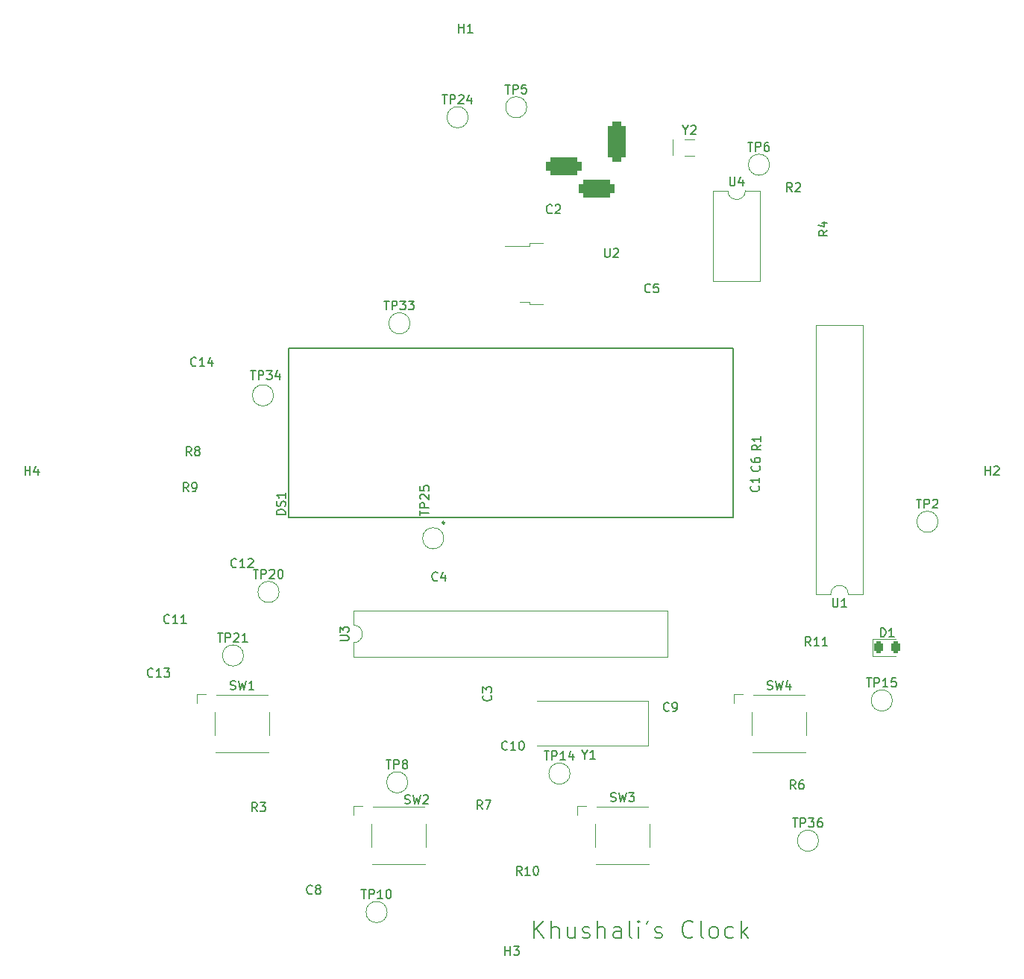
<source format=gbr>
%TF.GenerationSoftware,KiCad,Pcbnew,(6.0.5)*%
%TF.CreationDate,2022-07-23T15:35:45-04:00*%
%TF.ProjectId,circle_clock_design,63697263-6c65-45f6-936c-6f636b5f6465,rev?*%
%TF.SameCoordinates,PX56cacc8PY97b5f08*%
%TF.FileFunction,Legend,Top*%
%TF.FilePolarity,Positive*%
%FSLAX46Y46*%
G04 Gerber Fmt 4.6, Leading zero omitted, Abs format (unit mm)*
G04 Created by KiCad (PCBNEW (6.0.5)) date 2022-07-23 15:35:45*
%MOMM*%
%LPD*%
G01*
G04 APERTURE LIST*
G04 Aperture macros list*
%AMRoundRect*
0 Rectangle with rounded corners*
0 $1 Rounding radius*
0 $2 $3 $4 $5 $6 $7 $8 $9 X,Y pos of 4 corners*
0 Add a 4 corners polygon primitive as box body*
4,1,4,$2,$3,$4,$5,$6,$7,$8,$9,$2,$3,0*
0 Add four circle primitives for the rounded corners*
1,1,$1+$1,$2,$3*
1,1,$1+$1,$4,$5*
1,1,$1+$1,$6,$7*
1,1,$1+$1,$8,$9*
0 Add four rect primitives between the rounded corners*
20,1,$1+$1,$2,$3,$4,$5,0*
20,1,$1+$1,$4,$5,$6,$7,0*
20,1,$1+$1,$6,$7,$8,$9,0*
20,1,$1+$1,$8,$9,$2,$3,0*%
G04 Aperture macros list end*
%ADD10C,0.150000*%
%ADD11C,0.120000*%
%ADD12C,0.250000*%
%ADD13R,1.700000X1.700000*%
%ADD14O,1.700000X1.700000*%
%ADD15R,1.150000X1.400000*%
%ADD16C,3.200000*%
%ADD17C,2.000000*%
%ADD18R,1.600000X1.600000*%
%ADD19O,1.600000X1.600000*%
%ADD20R,1.600000X1.400000*%
%ADD21R,1.000000X1.800000*%
%ADD22R,4.500000X2.000000*%
%ADD23RoundRect,0.243750X-0.243750X-0.456250X0.243750X-0.456250X0.243750X0.456250X-0.243750X0.456250X0*%
%ADD24RoundRect,0.500000X0.500000X-1.750000X0.500000X1.750000X-0.500000X1.750000X-0.500000X-1.750000X0*%
%ADD25RoundRect,0.500000X1.500000X0.500000X-1.500000X0.500000X-1.500000X-0.500000X1.500000X-0.500000X0*%
%ADD26R,1.400000X1.150000*%
%ADD27R,2.200000X1.200000*%
%ADD28R,6.400000X5.800000*%
%ADD29R,1.400000X1.400000*%
%ADD30C,1.400000*%
%ADD31R,3.000000X3.000000*%
%ADD32C,3.000000*%
G04 APERTURE END LIST*
D10*
X61488561Y10220439D02*
X61488561Y12220439D01*
X62631419Y10220439D02*
X61774276Y11363296D01*
X62631419Y12220439D02*
X61488561Y11077581D01*
X63488561Y10220439D02*
X63488561Y12220439D01*
X64345704Y10220439D02*
X64345704Y11268058D01*
X64250466Y11458534D01*
X64059990Y11553772D01*
X63774276Y11553772D01*
X63583800Y11458534D01*
X63488561Y11363296D01*
X66155228Y11553772D02*
X66155228Y10220439D01*
X65298085Y11553772D02*
X65298085Y10506153D01*
X65393323Y10315677D01*
X65583800Y10220439D01*
X65869514Y10220439D01*
X66059990Y10315677D01*
X66155228Y10410915D01*
X67012371Y10315677D02*
X67202847Y10220439D01*
X67583800Y10220439D01*
X67774276Y10315677D01*
X67869514Y10506153D01*
X67869514Y10601391D01*
X67774276Y10791867D01*
X67583800Y10887105D01*
X67298085Y10887105D01*
X67107609Y10982343D01*
X67012371Y11172820D01*
X67012371Y11268058D01*
X67107609Y11458534D01*
X67298085Y11553772D01*
X67583800Y11553772D01*
X67774276Y11458534D01*
X68726657Y10220439D02*
X68726657Y12220439D01*
X69583800Y10220439D02*
X69583800Y11268058D01*
X69488561Y11458534D01*
X69298085Y11553772D01*
X69012371Y11553772D01*
X68821895Y11458534D01*
X68726657Y11363296D01*
X71393323Y10220439D02*
X71393323Y11268058D01*
X71298085Y11458534D01*
X71107609Y11553772D01*
X70726657Y11553772D01*
X70536180Y11458534D01*
X71393323Y10315677D02*
X71202847Y10220439D01*
X70726657Y10220439D01*
X70536180Y10315677D01*
X70440942Y10506153D01*
X70440942Y10696629D01*
X70536180Y10887105D01*
X70726657Y10982343D01*
X71202847Y10982343D01*
X71393323Y11077581D01*
X72631419Y10220439D02*
X72440942Y10315677D01*
X72345704Y10506153D01*
X72345704Y12220439D01*
X73393323Y10220439D02*
X73393323Y11553772D01*
X73393323Y12220439D02*
X73298085Y12125200D01*
X73393323Y12029962D01*
X73488561Y12125200D01*
X73393323Y12220439D01*
X73393323Y12029962D01*
X74440942Y12220439D02*
X74250466Y11839486D01*
X75202847Y10315677D02*
X75393323Y10220439D01*
X75774276Y10220439D01*
X75964752Y10315677D01*
X76059990Y10506153D01*
X76059990Y10601391D01*
X75964752Y10791867D01*
X75774276Y10887105D01*
X75488561Y10887105D01*
X75298085Y10982343D01*
X75202847Y11172820D01*
X75202847Y11268058D01*
X75298085Y11458534D01*
X75488561Y11553772D01*
X75774276Y11553772D01*
X75964752Y11458534D01*
X79583800Y10410915D02*
X79488561Y10315677D01*
X79202847Y10220439D01*
X79012371Y10220439D01*
X78726657Y10315677D01*
X78536180Y10506153D01*
X78440942Y10696629D01*
X78345704Y11077581D01*
X78345704Y11363296D01*
X78440942Y11744248D01*
X78536180Y11934724D01*
X78726657Y12125200D01*
X79012371Y12220439D01*
X79202847Y12220439D01*
X79488561Y12125200D01*
X79583800Y12029962D01*
X80726657Y10220439D02*
X80536180Y10315677D01*
X80440942Y10506153D01*
X80440942Y12220439D01*
X81774276Y10220439D02*
X81583800Y10315677D01*
X81488561Y10410915D01*
X81393323Y10601391D01*
X81393323Y11172820D01*
X81488561Y11363296D01*
X81583800Y11458534D01*
X81774276Y11553772D01*
X82059990Y11553772D01*
X82250466Y11458534D01*
X82345704Y11363296D01*
X82440942Y11172820D01*
X82440942Y10601391D01*
X82345704Y10410915D01*
X82250466Y10315677D01*
X82059990Y10220439D01*
X81774276Y10220439D01*
X84155228Y10315677D02*
X83964752Y10220439D01*
X83583800Y10220439D01*
X83393323Y10315677D01*
X83298085Y10410915D01*
X83202847Y10601391D01*
X83202847Y11172820D01*
X83298085Y11363296D01*
X83393323Y11458534D01*
X83583800Y11553772D01*
X83964752Y11553772D01*
X84155228Y11458534D01*
X85012371Y10220439D02*
X85012371Y12220439D01*
X85202847Y10982343D02*
X85774276Y10220439D01*
X85774276Y11553772D02*
X85012371Y10791867D01*
%TO.C,R4*%
X94813380Y90612934D02*
X94337190Y90279600D01*
X94813380Y90041505D02*
X93813380Y90041505D01*
X93813380Y90422458D01*
X93861000Y90517696D01*
X93908619Y90565315D01*
X94003857Y90612934D01*
X94146714Y90612934D01*
X94241952Y90565315D01*
X94289571Y90517696D01*
X94337190Y90422458D01*
X94337190Y90041505D01*
X94146714Y91470077D02*
X94813380Y91470077D01*
X93765761Y91231981D02*
X94480047Y90993886D01*
X94480047Y91612934D01*
%TO.C,R2*%
X90816133Y95026220D02*
X90482800Y95502410D01*
X90244704Y95026220D02*
X90244704Y96026220D01*
X90625657Y96026220D01*
X90720895Y95978600D01*
X90768514Y95930981D01*
X90816133Y95835743D01*
X90816133Y95692886D01*
X90768514Y95597648D01*
X90720895Y95550029D01*
X90625657Y95502410D01*
X90244704Y95502410D01*
X91197085Y95930981D02*
X91244704Y95978600D01*
X91339942Y96026220D01*
X91578038Y96026220D01*
X91673276Y95978600D01*
X91720895Y95930981D01*
X91768514Y95835743D01*
X91768514Y95740505D01*
X91720895Y95597648D01*
X91149466Y95026220D01*
X91768514Y95026220D01*
%TO.C,C3*%
X56592742Y37806334D02*
X56640361Y37758715D01*
X56687980Y37615858D01*
X56687980Y37520620D01*
X56640361Y37377762D01*
X56545123Y37282524D01*
X56449885Y37234905D01*
X56259409Y37187286D01*
X56116552Y37187286D01*
X55926076Y37234905D01*
X55830838Y37282524D01*
X55735600Y37377762D01*
X55687980Y37520620D01*
X55687980Y37615858D01*
X55735600Y37758715D01*
X55783219Y37806334D01*
X55687980Y38139667D02*
X55687980Y38758715D01*
X56068933Y38425381D01*
X56068933Y38568239D01*
X56116552Y38663477D01*
X56164171Y38711096D01*
X56259409Y38758715D01*
X56497504Y38758715D01*
X56592742Y38711096D01*
X56640361Y38663477D01*
X56687980Y38568239D01*
X56687980Y38282524D01*
X56640361Y38187286D01*
X56592742Y38139667D01*
%TO.C,C2*%
X63550133Y92631258D02*
X63502514Y92583639D01*
X63359657Y92536020D01*
X63264419Y92536020D01*
X63121561Y92583639D01*
X63026323Y92678877D01*
X62978704Y92774115D01*
X62931085Y92964591D01*
X62931085Y93107448D01*
X62978704Y93297924D01*
X63026323Y93393162D01*
X63121561Y93488400D01*
X63264419Y93536020D01*
X63359657Y93536020D01*
X63502514Y93488400D01*
X63550133Y93440781D01*
X63931085Y93440781D02*
X63978704Y93488400D01*
X64073942Y93536020D01*
X64312038Y93536020D01*
X64407276Y93488400D01*
X64454895Y93440781D01*
X64502514Y93345543D01*
X64502514Y93250305D01*
X64454895Y93107448D01*
X63883466Y92536020D01*
X64502514Y92536020D01*
%TO.C,H4*%
X3729895Y62827820D02*
X3729895Y63827820D01*
X3729895Y63351629D02*
X4301323Y63351629D01*
X4301323Y62827820D02*
X4301323Y63827820D01*
X5206085Y63494486D02*
X5206085Y62827820D01*
X4967990Y63875439D02*
X4729895Y63161153D01*
X5348942Y63161153D01*
%TO.C,TP14*%
X62650904Y31476220D02*
X63222333Y31476220D01*
X62936619Y30476220D02*
X62936619Y31476220D01*
X63555666Y30476220D02*
X63555666Y31476220D01*
X63936619Y31476220D01*
X64031857Y31428600D01*
X64079476Y31380981D01*
X64127095Y31285743D01*
X64127095Y31142886D01*
X64079476Y31047648D01*
X64031857Y31000029D01*
X63936619Y30952410D01*
X63555666Y30952410D01*
X65079476Y30476220D02*
X64508047Y30476220D01*
X64793761Y30476220D02*
X64793761Y31476220D01*
X64698523Y31333362D01*
X64603285Y31238124D01*
X64508047Y31190505D01*
X65936619Y31142886D02*
X65936619Y30476220D01*
X65698523Y31523839D02*
X65460428Y30809553D01*
X66079476Y30809553D01*
%TO.C,TP36*%
X90870304Y23856220D02*
X91441733Y23856220D01*
X91156019Y22856220D02*
X91156019Y23856220D01*
X91775066Y22856220D02*
X91775066Y23856220D01*
X92156019Y23856220D01*
X92251257Y23808600D01*
X92298876Y23760981D01*
X92346495Y23665743D01*
X92346495Y23522886D01*
X92298876Y23427648D01*
X92251257Y23380029D01*
X92156019Y23332410D01*
X91775066Y23332410D01*
X92679828Y23856220D02*
X93298876Y23856220D01*
X92965542Y23475267D01*
X93108400Y23475267D01*
X93203638Y23427648D01*
X93251257Y23380029D01*
X93298876Y23284791D01*
X93298876Y23046696D01*
X93251257Y22951458D01*
X93203638Y22903839D01*
X93108400Y22856220D01*
X92822685Y22856220D01*
X92727447Y22903839D01*
X92679828Y22951458D01*
X94156019Y23856220D02*
X93965542Y23856220D01*
X93870304Y23808600D01*
X93822685Y23760981D01*
X93727447Y23618124D01*
X93679828Y23427648D01*
X93679828Y23046696D01*
X93727447Y22951458D01*
X93775066Y22903839D01*
X93870304Y22856220D01*
X94060780Y22856220D01*
X94156019Y22903839D01*
X94203638Y22951458D01*
X94251257Y23046696D01*
X94251257Y23284791D01*
X94203638Y23380029D01*
X94156019Y23427648D01*
X94060780Y23475267D01*
X93870304Y23475267D01*
X93775066Y23427648D01*
X93727447Y23380029D01*
X93679828Y23284791D01*
%TO.C,U4*%
X83743895Y96669820D02*
X83743895Y95860296D01*
X83791514Y95765058D01*
X83839133Y95717439D01*
X83934371Y95669820D01*
X84124847Y95669820D01*
X84220085Y95717439D01*
X84267704Y95765058D01*
X84315323Y95860296D01*
X84315323Y96669820D01*
X85220085Y96336486D02*
X85220085Y95669820D01*
X84981990Y96717439D02*
X84743895Y96003153D01*
X85362942Y96003153D01*
%TO.C,SW4*%
X87998466Y38515439D02*
X88141323Y38467820D01*
X88379419Y38467820D01*
X88474657Y38515439D01*
X88522276Y38563058D01*
X88569895Y38658296D01*
X88569895Y38753534D01*
X88522276Y38848772D01*
X88474657Y38896391D01*
X88379419Y38944010D01*
X88188942Y38991629D01*
X88093704Y39039248D01*
X88046085Y39086867D01*
X87998466Y39182105D01*
X87998466Y39277343D01*
X88046085Y39372581D01*
X88093704Y39420200D01*
X88188942Y39467820D01*
X88427038Y39467820D01*
X88569895Y39420200D01*
X88903228Y39467820D02*
X89141323Y38467820D01*
X89331800Y39182105D01*
X89522276Y38467820D01*
X89760371Y39467820D01*
X90569895Y39134486D02*
X90569895Y38467820D01*
X90331800Y39515439D02*
X90093704Y38801153D01*
X90712752Y38801153D01*
%TO.C,R11*%
X92918942Y43437820D02*
X92585609Y43914010D01*
X92347514Y43437820D02*
X92347514Y44437820D01*
X92728466Y44437820D01*
X92823704Y44390200D01*
X92871323Y44342581D01*
X92918942Y44247343D01*
X92918942Y44104486D01*
X92871323Y44009248D01*
X92823704Y43961629D01*
X92728466Y43914010D01*
X92347514Y43914010D01*
X93871323Y43437820D02*
X93299895Y43437820D01*
X93585609Y43437820D02*
X93585609Y44437820D01*
X93490371Y44294962D01*
X93395133Y44199724D01*
X93299895Y44152105D01*
X94823704Y43437820D02*
X94252276Y43437820D01*
X94537990Y43437820D02*
X94537990Y44437820D01*
X94442752Y44294962D01*
X94347514Y44199724D01*
X94252276Y44152105D01*
%TO.C,U3*%
X39474180Y44028296D02*
X40283704Y44028296D01*
X40378942Y44075915D01*
X40426561Y44123534D01*
X40474180Y44218772D01*
X40474180Y44409248D01*
X40426561Y44504486D01*
X40378942Y44552105D01*
X40283704Y44599724D01*
X39474180Y44599724D01*
X39474180Y44980677D02*
X39474180Y45599724D01*
X39855133Y45266391D01*
X39855133Y45409248D01*
X39902752Y45504486D01*
X39950371Y45552105D01*
X40045609Y45599724D01*
X40283704Y45599724D01*
X40378942Y45552105D01*
X40426561Y45504486D01*
X40474180Y45409248D01*
X40474180Y45123534D01*
X40426561Y45028296D01*
X40378942Y44980677D01*
%TO.C,C6*%
X87072742Y63866734D02*
X87120361Y63819115D01*
X87167980Y63676258D01*
X87167980Y63581020D01*
X87120361Y63438162D01*
X87025123Y63342924D01*
X86929885Y63295305D01*
X86739409Y63247686D01*
X86596552Y63247686D01*
X86406076Y63295305D01*
X86310838Y63342924D01*
X86215600Y63438162D01*
X86167980Y63581020D01*
X86167980Y63676258D01*
X86215600Y63819115D01*
X86263219Y63866734D01*
X86167980Y64723877D02*
X86167980Y64533400D01*
X86215600Y64438162D01*
X86263219Y64390543D01*
X86406076Y64295305D01*
X86596552Y64247686D01*
X86977504Y64247686D01*
X87072742Y64295305D01*
X87120361Y64342924D01*
X87167980Y64438162D01*
X87167980Y64628639D01*
X87120361Y64723877D01*
X87072742Y64771496D01*
X86977504Y64819115D01*
X86739409Y64819115D01*
X86644171Y64771496D01*
X86596552Y64723877D01*
X86548933Y64628639D01*
X86548933Y64438162D01*
X86596552Y64342924D01*
X86644171Y64295305D01*
X86739409Y64247686D01*
%TO.C,Y2*%
X78695609Y101999010D02*
X78695609Y101522820D01*
X78362276Y102522820D02*
X78695609Y101999010D01*
X79028942Y102522820D01*
X79314657Y102427581D02*
X79362276Y102475200D01*
X79457514Y102522820D01*
X79695609Y102522820D01*
X79790847Y102475200D01*
X79838466Y102427581D01*
X79886085Y102332343D01*
X79886085Y102237105D01*
X79838466Y102094248D01*
X79267038Y101522820D01*
X79886085Y101522820D01*
%TO.C,C4*%
X50557133Y50901058D02*
X50509514Y50853439D01*
X50366657Y50805820D01*
X50271419Y50805820D01*
X50128561Y50853439D01*
X50033323Y50948677D01*
X49985704Y51043915D01*
X49938085Y51234391D01*
X49938085Y51377248D01*
X49985704Y51567724D01*
X50033323Y51662962D01*
X50128561Y51758200D01*
X50271419Y51805820D01*
X50366657Y51805820D01*
X50509514Y51758200D01*
X50557133Y51710581D01*
X51414276Y51472486D02*
X51414276Y50805820D01*
X51176180Y51853439D02*
X50938085Y51139153D01*
X51557133Y51139153D01*
%TO.C,TP15*%
X99252304Y39782020D02*
X99823733Y39782020D01*
X99538019Y38782020D02*
X99538019Y39782020D01*
X100157066Y38782020D02*
X100157066Y39782020D01*
X100538019Y39782020D01*
X100633257Y39734400D01*
X100680876Y39686781D01*
X100728495Y39591543D01*
X100728495Y39448686D01*
X100680876Y39353448D01*
X100633257Y39305829D01*
X100538019Y39258210D01*
X100157066Y39258210D01*
X101680876Y38782020D02*
X101109447Y38782020D01*
X101395161Y38782020D02*
X101395161Y39782020D01*
X101299923Y39639162D01*
X101204685Y39543924D01*
X101109447Y39496305D01*
X102585638Y39782020D02*
X102109447Y39782020D01*
X102061828Y39305829D01*
X102109447Y39353448D01*
X102204685Y39401067D01*
X102442780Y39401067D01*
X102538019Y39353448D01*
X102585638Y39305829D01*
X102633257Y39210591D01*
X102633257Y38972496D01*
X102585638Y38877258D01*
X102538019Y38829639D01*
X102442780Y38782020D01*
X102204685Y38782020D01*
X102109447Y38829639D01*
X102061828Y38877258D01*
%TO.C,Y1*%
X67265609Y31094010D02*
X67265609Y30617820D01*
X66932276Y31617820D02*
X67265609Y31094010D01*
X67598942Y31617820D01*
X68456085Y30617820D02*
X67884657Y30617820D01*
X68170371Y30617820D02*
X68170371Y31617820D01*
X68075133Y31474962D01*
X67979895Y31379724D01*
X67884657Y31332105D01*
%TO.C,R10*%
X60113942Y17402820D02*
X59780609Y17879010D01*
X59542514Y17402820D02*
X59542514Y18402820D01*
X59923466Y18402820D01*
X60018704Y18355200D01*
X60066323Y18307581D01*
X60113942Y18212343D01*
X60113942Y18069486D01*
X60066323Y17974248D01*
X60018704Y17926629D01*
X59923466Y17879010D01*
X59542514Y17879010D01*
X61066323Y17402820D02*
X60494895Y17402820D01*
X60780609Y17402820D02*
X60780609Y18402820D01*
X60685371Y18259962D01*
X60590133Y18164724D01*
X60494895Y18117105D01*
X61685371Y18402820D02*
X61780609Y18402820D01*
X61875847Y18355200D01*
X61923466Y18307581D01*
X61971085Y18212343D01*
X62018704Y18021867D01*
X62018704Y17783772D01*
X61971085Y17593296D01*
X61923466Y17498058D01*
X61875847Y17450439D01*
X61780609Y17402820D01*
X61685371Y17402820D01*
X61590133Y17450439D01*
X61542514Y17498058D01*
X61494895Y17593296D01*
X61447276Y17783772D01*
X61447276Y18021867D01*
X61494895Y18212343D01*
X61542514Y18307581D01*
X61590133Y18355200D01*
X61685371Y18402820D01*
%TO.C,R7*%
X55637133Y24897820D02*
X55303800Y25374010D01*
X55065704Y24897820D02*
X55065704Y25897820D01*
X55446657Y25897820D01*
X55541895Y25850200D01*
X55589514Y25802581D01*
X55637133Y25707343D01*
X55637133Y25564486D01*
X55589514Y25469248D01*
X55541895Y25421629D01*
X55446657Y25374010D01*
X55065704Y25374010D01*
X55970466Y25897820D02*
X56637133Y25897820D01*
X56208561Y24897820D01*
%TO.C,TP21*%
X25592304Y44887420D02*
X26163733Y44887420D01*
X25878019Y43887420D02*
X25878019Y44887420D01*
X26497066Y43887420D02*
X26497066Y44887420D01*
X26878019Y44887420D01*
X26973257Y44839800D01*
X27020876Y44792181D01*
X27068495Y44696943D01*
X27068495Y44554086D01*
X27020876Y44458848D01*
X26973257Y44411229D01*
X26878019Y44363610D01*
X26497066Y44363610D01*
X27449447Y44792181D02*
X27497066Y44839800D01*
X27592304Y44887420D01*
X27830400Y44887420D01*
X27925638Y44839800D01*
X27973257Y44792181D01*
X28020876Y44696943D01*
X28020876Y44601705D01*
X27973257Y44458848D01*
X27401828Y43887420D01*
X28020876Y43887420D01*
X28973257Y43887420D02*
X28401828Y43887420D01*
X28687542Y43887420D02*
X28687542Y44887420D01*
X28592304Y44744562D01*
X28497066Y44649324D01*
X28401828Y44601705D01*
%TO.C,TP20*%
X29630904Y52101020D02*
X30202333Y52101020D01*
X29916619Y51101020D02*
X29916619Y52101020D01*
X30535666Y51101020D02*
X30535666Y52101020D01*
X30916619Y52101020D01*
X31011857Y52053400D01*
X31059476Y52005781D01*
X31107095Y51910543D01*
X31107095Y51767686D01*
X31059476Y51672448D01*
X31011857Y51624829D01*
X30916619Y51577210D01*
X30535666Y51577210D01*
X31488047Y52005781D02*
X31535666Y52053400D01*
X31630904Y52101020D01*
X31869000Y52101020D01*
X31964238Y52053400D01*
X32011857Y52005781D01*
X32059476Y51910543D01*
X32059476Y51815305D01*
X32011857Y51672448D01*
X31440428Y51101020D01*
X32059476Y51101020D01*
X32678523Y52101020D02*
X32773761Y52101020D01*
X32869000Y52053400D01*
X32916619Y52005781D01*
X32964238Y51910543D01*
X33011857Y51720067D01*
X33011857Y51481972D01*
X32964238Y51291496D01*
X32916619Y51196258D01*
X32869000Y51148639D01*
X32773761Y51101020D01*
X32678523Y51101020D01*
X32583285Y51148639D01*
X32535666Y51196258D01*
X32488047Y51291496D01*
X32440428Y51481972D01*
X32440428Y51720067D01*
X32488047Y51910543D01*
X32535666Y52005781D01*
X32583285Y52053400D01*
X32678523Y52101020D01*
%TO.C,TP10*%
X41899104Y15753620D02*
X42470533Y15753620D01*
X42184819Y14753620D02*
X42184819Y15753620D01*
X42803866Y14753620D02*
X42803866Y15753620D01*
X43184819Y15753620D01*
X43280057Y15706000D01*
X43327676Y15658381D01*
X43375295Y15563143D01*
X43375295Y15420286D01*
X43327676Y15325048D01*
X43280057Y15277429D01*
X43184819Y15229810D01*
X42803866Y15229810D01*
X44327676Y14753620D02*
X43756247Y14753620D01*
X44041961Y14753620D02*
X44041961Y15753620D01*
X43946723Y15610762D01*
X43851485Y15515524D01*
X43756247Y15467905D01*
X44946723Y15753620D02*
X45041961Y15753620D01*
X45137200Y15706000D01*
X45184819Y15658381D01*
X45232438Y15563143D01*
X45280057Y15372667D01*
X45280057Y15134572D01*
X45232438Y14944096D01*
X45184819Y14848858D01*
X45137200Y14801239D01*
X45041961Y14753620D01*
X44946723Y14753620D01*
X44851485Y14801239D01*
X44803866Y14848858D01*
X44756247Y14944096D01*
X44708628Y15134572D01*
X44708628Y15372667D01*
X44756247Y15563143D01*
X44803866Y15658381D01*
X44851485Y15706000D01*
X44946723Y15753620D01*
%TO.C,D1*%
X100864204Y44453820D02*
X100864204Y45453820D01*
X101102300Y45453820D01*
X101245157Y45406200D01*
X101340395Y45310962D01*
X101388014Y45215724D01*
X101435633Y45025248D01*
X101435633Y44882391D01*
X101388014Y44691915D01*
X101340395Y44596677D01*
X101245157Y44501439D01*
X101102300Y44453820D01*
X100864204Y44453820D01*
X102388014Y44453820D02*
X101816585Y44453820D01*
X102102300Y44453820D02*
X102102300Y45453820D01*
X102007061Y45310962D01*
X101911823Y45215724D01*
X101816585Y45168105D01*
%TO.C,TP8*%
X44712095Y30485620D02*
X45283523Y30485620D01*
X44997809Y29485620D02*
X44997809Y30485620D01*
X45616857Y29485620D02*
X45616857Y30485620D01*
X45997809Y30485620D01*
X46093047Y30438000D01*
X46140666Y30390381D01*
X46188285Y30295143D01*
X46188285Y30152286D01*
X46140666Y30057048D01*
X46093047Y30009429D01*
X45997809Y29961810D01*
X45616857Y29961810D01*
X46759714Y30057048D02*
X46664476Y30104667D01*
X46616857Y30152286D01*
X46569238Y30247524D01*
X46569238Y30295143D01*
X46616857Y30390381D01*
X46664476Y30438000D01*
X46759714Y30485620D01*
X46950190Y30485620D01*
X47045428Y30438000D01*
X47093047Y30390381D01*
X47140666Y30295143D01*
X47140666Y30247524D01*
X47093047Y30152286D01*
X47045428Y30104667D01*
X46950190Y30057048D01*
X46759714Y30057048D01*
X46664476Y30009429D01*
X46616857Y29961810D01*
X46569238Y29866572D01*
X46569238Y29676096D01*
X46616857Y29580858D01*
X46664476Y29533239D01*
X46759714Y29485620D01*
X46950190Y29485620D01*
X47045428Y29533239D01*
X47093047Y29580858D01*
X47140666Y29676096D01*
X47140666Y29866572D01*
X47093047Y29961810D01*
X47045428Y30009429D01*
X46950190Y30057048D01*
%TO.C,SW1*%
X27038466Y38515439D02*
X27181323Y38467820D01*
X27419419Y38467820D01*
X27514657Y38515439D01*
X27562276Y38563058D01*
X27609895Y38658296D01*
X27609895Y38753534D01*
X27562276Y38848772D01*
X27514657Y38896391D01*
X27419419Y38944010D01*
X27228942Y38991629D01*
X27133704Y39039248D01*
X27086085Y39086867D01*
X27038466Y39182105D01*
X27038466Y39277343D01*
X27086085Y39372581D01*
X27133704Y39420200D01*
X27228942Y39467820D01*
X27467038Y39467820D01*
X27609895Y39420200D01*
X27943228Y39467820D02*
X28181323Y38467820D01*
X28371800Y39182105D01*
X28562276Y38467820D01*
X28800371Y39467820D01*
X29705133Y38467820D02*
X29133704Y38467820D01*
X29419419Y38467820D02*
X29419419Y39467820D01*
X29324180Y39324962D01*
X29228942Y39229724D01*
X29133704Y39182105D01*
%TO.C,C11*%
X20108942Y46073058D02*
X20061323Y46025439D01*
X19918466Y45977820D01*
X19823228Y45977820D01*
X19680371Y46025439D01*
X19585133Y46120677D01*
X19537514Y46215915D01*
X19489895Y46406391D01*
X19489895Y46549248D01*
X19537514Y46739724D01*
X19585133Y46834962D01*
X19680371Y46930200D01*
X19823228Y46977820D01*
X19918466Y46977820D01*
X20061323Y46930200D01*
X20108942Y46882581D01*
X21061323Y45977820D02*
X20489895Y45977820D01*
X20775609Y45977820D02*
X20775609Y46977820D01*
X20680371Y46834962D01*
X20585133Y46739724D01*
X20489895Y46692105D01*
X22013704Y45977820D02*
X21442276Y45977820D01*
X21727990Y45977820D02*
X21727990Y46977820D01*
X21632752Y46834962D01*
X21537514Y46739724D01*
X21442276Y46692105D01*
%TO.C,H2*%
X112729895Y62827820D02*
X112729895Y63827820D01*
X112729895Y63351629D02*
X113301323Y63351629D01*
X113301323Y62827820D02*
X113301323Y63827820D01*
X113729895Y63732581D02*
X113777514Y63780200D01*
X113872752Y63827820D01*
X114110847Y63827820D01*
X114206085Y63780200D01*
X114253704Y63732581D01*
X114301323Y63637343D01*
X114301323Y63542105D01*
X114253704Y63399248D01*
X113682276Y62827820D01*
X114301323Y62827820D01*
%TO.C,C8*%
X36333133Y15341058D02*
X36285514Y15293439D01*
X36142657Y15245820D01*
X36047419Y15245820D01*
X35904561Y15293439D01*
X35809323Y15388677D01*
X35761704Y15483915D01*
X35714085Y15674391D01*
X35714085Y15817248D01*
X35761704Y16007724D01*
X35809323Y16102962D01*
X35904561Y16198200D01*
X36047419Y16245820D01*
X36142657Y16245820D01*
X36285514Y16198200D01*
X36333133Y16150581D01*
X36904561Y15817248D02*
X36809323Y15864867D01*
X36761704Y15912486D01*
X36714085Y16007724D01*
X36714085Y16055343D01*
X36761704Y16150581D01*
X36809323Y16198200D01*
X36904561Y16245820D01*
X37095038Y16245820D01*
X37190276Y16198200D01*
X37237895Y16150581D01*
X37285514Y16055343D01*
X37285514Y16007724D01*
X37237895Y15912486D01*
X37190276Y15864867D01*
X37095038Y15817248D01*
X36904561Y15817248D01*
X36809323Y15769629D01*
X36761704Y15722010D01*
X36714085Y15626772D01*
X36714085Y15436296D01*
X36761704Y15341058D01*
X36809323Y15293439D01*
X36904561Y15245820D01*
X37095038Y15245820D01*
X37190276Y15293439D01*
X37237895Y15341058D01*
X37285514Y15436296D01*
X37285514Y15626772D01*
X37237895Y15722010D01*
X37190276Y15769629D01*
X37095038Y15817248D01*
%TO.C,SW2*%
X46850466Y25554039D02*
X46993323Y25506420D01*
X47231419Y25506420D01*
X47326657Y25554039D01*
X47374276Y25601658D01*
X47421895Y25696896D01*
X47421895Y25792134D01*
X47374276Y25887372D01*
X47326657Y25934991D01*
X47231419Y25982610D01*
X47040942Y26030229D01*
X46945704Y26077848D01*
X46898085Y26125467D01*
X46850466Y26220705D01*
X46850466Y26315943D01*
X46898085Y26411181D01*
X46945704Y26458800D01*
X47040942Y26506420D01*
X47279038Y26506420D01*
X47421895Y26458800D01*
X47755228Y26506420D02*
X47993323Y25506420D01*
X48183800Y26220705D01*
X48374276Y25506420D01*
X48612371Y26506420D01*
X48945704Y26411181D02*
X48993323Y26458800D01*
X49088561Y26506420D01*
X49326657Y26506420D01*
X49421895Y26458800D01*
X49469514Y26411181D01*
X49517133Y26315943D01*
X49517133Y26220705D01*
X49469514Y26077848D01*
X48898085Y25506420D01*
X49517133Y25506420D01*
%TO.C,H3*%
X58229895Y8327820D02*
X58229895Y9327820D01*
X58229895Y8851629D02*
X58801323Y8851629D01*
X58801323Y8327820D02*
X58801323Y9327820D01*
X59182276Y9327820D02*
X59801323Y9327820D01*
X59467990Y8946867D01*
X59610847Y8946867D01*
X59706085Y8899248D01*
X59753704Y8851629D01*
X59801323Y8756391D01*
X59801323Y8518296D01*
X59753704Y8423058D01*
X59706085Y8375439D01*
X59610847Y8327820D01*
X59325133Y8327820D01*
X59229895Y8375439D01*
X59182276Y8423058D01*
%TO.C,SW3*%
X70218466Y25815439D02*
X70361323Y25767820D01*
X70599419Y25767820D01*
X70694657Y25815439D01*
X70742276Y25863058D01*
X70789895Y25958296D01*
X70789895Y26053534D01*
X70742276Y26148772D01*
X70694657Y26196391D01*
X70599419Y26244010D01*
X70408942Y26291629D01*
X70313704Y26339248D01*
X70266085Y26386867D01*
X70218466Y26482105D01*
X70218466Y26577343D01*
X70266085Y26672581D01*
X70313704Y26720200D01*
X70408942Y26767820D01*
X70647038Y26767820D01*
X70789895Y26720200D01*
X71123228Y26767820D02*
X71361323Y25767820D01*
X71551800Y26482105D01*
X71742276Y25767820D01*
X71980371Y26767820D01*
X72266085Y26767820D02*
X72885133Y26767820D01*
X72551800Y26386867D01*
X72694657Y26386867D01*
X72789895Y26339248D01*
X72837514Y26291629D01*
X72885133Y26196391D01*
X72885133Y25958296D01*
X72837514Y25863058D01*
X72789895Y25815439D01*
X72694657Y25767820D01*
X72408942Y25767820D01*
X72313704Y25815439D01*
X72266085Y25863058D01*
%TO.C,TP2*%
X104910095Y60076620D02*
X105481523Y60076620D01*
X105195809Y59076620D02*
X105195809Y60076620D01*
X105814857Y59076620D02*
X105814857Y60076620D01*
X106195809Y60076620D01*
X106291047Y60029000D01*
X106338666Y59981381D01*
X106386285Y59886143D01*
X106386285Y59743286D01*
X106338666Y59648048D01*
X106291047Y59600429D01*
X106195809Y59552810D01*
X105814857Y59552810D01*
X106767238Y59981381D02*
X106814857Y60029000D01*
X106910095Y60076620D01*
X107148190Y60076620D01*
X107243428Y60029000D01*
X107291047Y59981381D01*
X107338666Y59886143D01*
X107338666Y59790905D01*
X107291047Y59648048D01*
X106719619Y59076620D01*
X107338666Y59076620D01*
%TO.C,C10*%
X58462942Y31711258D02*
X58415323Y31663639D01*
X58272466Y31616020D01*
X58177228Y31616020D01*
X58034371Y31663639D01*
X57939133Y31758877D01*
X57891514Y31854115D01*
X57843895Y32044591D01*
X57843895Y32187448D01*
X57891514Y32377924D01*
X57939133Y32473162D01*
X58034371Y32568400D01*
X58177228Y32616020D01*
X58272466Y32616020D01*
X58415323Y32568400D01*
X58462942Y32520781D01*
X59415323Y31616020D02*
X58843895Y31616020D01*
X59129609Y31616020D02*
X59129609Y32616020D01*
X59034371Y32473162D01*
X58939133Y32377924D01*
X58843895Y32330305D01*
X60034371Y32616020D02*
X60129609Y32616020D01*
X60224847Y32568400D01*
X60272466Y32520781D01*
X60320085Y32425543D01*
X60367704Y32235067D01*
X60367704Y31996972D01*
X60320085Y31806496D01*
X60272466Y31711258D01*
X60224847Y31663639D01*
X60129609Y31616020D01*
X60034371Y31616020D01*
X59939133Y31663639D01*
X59891514Y31711258D01*
X59843895Y31806496D01*
X59796276Y31996972D01*
X59796276Y32235067D01*
X59843895Y32425543D01*
X59891514Y32520781D01*
X59939133Y32568400D01*
X60034371Y32616020D01*
%TO.C,H1*%
X52979895Y113077820D02*
X52979895Y114077820D01*
X52979895Y113601629D02*
X53551323Y113601629D01*
X53551323Y113077820D02*
X53551323Y114077820D01*
X54551323Y113077820D02*
X53979895Y113077820D01*
X54265609Y113077820D02*
X54265609Y114077820D01*
X54170371Y113934962D01*
X54075133Y113839724D01*
X53979895Y113792105D01*
%TO.C,TP6*%
X85783895Y100615020D02*
X86355323Y100615020D01*
X86069609Y99615020D02*
X86069609Y100615020D01*
X86688657Y99615020D02*
X86688657Y100615020D01*
X87069609Y100615020D01*
X87164847Y100567400D01*
X87212466Y100519781D01*
X87260085Y100424543D01*
X87260085Y100281686D01*
X87212466Y100186448D01*
X87164847Y100138829D01*
X87069609Y100091210D01*
X86688657Y100091210D01*
X88117228Y100615020D02*
X87926752Y100615020D01*
X87831514Y100567400D01*
X87783895Y100519781D01*
X87688657Y100376924D01*
X87641038Y100186448D01*
X87641038Y99805496D01*
X87688657Y99710258D01*
X87736276Y99662639D01*
X87831514Y99615020D01*
X88021990Y99615020D01*
X88117228Y99662639D01*
X88164847Y99710258D01*
X88212466Y99805496D01*
X88212466Y100043591D01*
X88164847Y100138829D01*
X88117228Y100186448D01*
X88021990Y100234067D01*
X87831514Y100234067D01*
X87736276Y100186448D01*
X87688657Y100138829D01*
X87641038Y100043591D01*
%TO.C,C14*%
X23156942Y75285058D02*
X23109323Y75237439D01*
X22966466Y75189820D01*
X22871228Y75189820D01*
X22728371Y75237439D01*
X22633133Y75332677D01*
X22585514Y75427915D01*
X22537895Y75618391D01*
X22537895Y75761248D01*
X22585514Y75951724D01*
X22633133Y76046962D01*
X22728371Y76142200D01*
X22871228Y76189820D01*
X22966466Y76189820D01*
X23109323Y76142200D01*
X23156942Y76094581D01*
X24109323Y75189820D02*
X23537895Y75189820D01*
X23823609Y75189820D02*
X23823609Y76189820D01*
X23728371Y76046962D01*
X23633133Y75951724D01*
X23537895Y75904105D01*
X24966466Y75856486D02*
X24966466Y75189820D01*
X24728371Y76237439D02*
X24490276Y75523153D01*
X25109323Y75523153D01*
%TO.C,TP24*%
X51093904Y105999820D02*
X51665333Y105999820D01*
X51379619Y104999820D02*
X51379619Y105999820D01*
X51998666Y104999820D02*
X51998666Y105999820D01*
X52379619Y105999820D01*
X52474857Y105952200D01*
X52522476Y105904581D01*
X52570095Y105809343D01*
X52570095Y105666486D01*
X52522476Y105571248D01*
X52474857Y105523629D01*
X52379619Y105476010D01*
X51998666Y105476010D01*
X52951047Y105904581D02*
X52998666Y105952200D01*
X53093904Y105999820D01*
X53332000Y105999820D01*
X53427238Y105952200D01*
X53474857Y105904581D01*
X53522476Y105809343D01*
X53522476Y105714105D01*
X53474857Y105571248D01*
X52903428Y104999820D01*
X53522476Y104999820D01*
X54379619Y105666486D02*
X54379619Y104999820D01*
X54141523Y106047439D02*
X53903428Y105333153D01*
X54522476Y105333153D01*
%TO.C,U2*%
X69545295Y88558620D02*
X69545295Y87749096D01*
X69592914Y87653858D01*
X69640533Y87606239D01*
X69735771Y87558620D01*
X69926247Y87558620D01*
X70021485Y87606239D01*
X70069104Y87653858D01*
X70116723Y87749096D01*
X70116723Y88558620D01*
X70545295Y88463381D02*
X70592914Y88511000D01*
X70688152Y88558620D01*
X70926247Y88558620D01*
X71021485Y88511000D01*
X71069104Y88463381D01*
X71116723Y88368143D01*
X71116723Y88272905D01*
X71069104Y88130048D01*
X70497676Y87558620D01*
X71116723Y87558620D01*
%TO.C,R1*%
X87269580Y66254334D02*
X86793390Y65921000D01*
X87269580Y65682905D02*
X86269580Y65682905D01*
X86269580Y66063858D01*
X86317200Y66159096D01*
X86364819Y66206715D01*
X86460057Y66254334D01*
X86602914Y66254334D01*
X86698152Y66206715D01*
X86745771Y66159096D01*
X86793390Y66063858D01*
X86793390Y65682905D01*
X87269580Y67206715D02*
X87269580Y66635286D01*
X87269580Y66921000D02*
X86269580Y66921000D01*
X86412438Y66825762D01*
X86507676Y66730524D01*
X86555295Y66635286D01*
%TO.C,R3*%
X30071133Y24641820D02*
X29737800Y25118010D01*
X29499704Y24641820D02*
X29499704Y25641820D01*
X29880657Y25641820D01*
X29975895Y25594200D01*
X30023514Y25546581D01*
X30071133Y25451343D01*
X30071133Y25308486D01*
X30023514Y25213248D01*
X29975895Y25165629D01*
X29880657Y25118010D01*
X29499704Y25118010D01*
X30404466Y25641820D02*
X31023514Y25641820D01*
X30690180Y25260867D01*
X30833038Y25260867D01*
X30928276Y25213248D01*
X30975895Y25165629D01*
X31023514Y25070391D01*
X31023514Y24832296D01*
X30975895Y24737058D01*
X30928276Y24689439D01*
X30833038Y24641820D01*
X30547323Y24641820D01*
X30452085Y24689439D01*
X30404466Y24737058D01*
%TO.C,R8*%
X22617133Y65029820D02*
X22283800Y65506010D01*
X22045704Y65029820D02*
X22045704Y66029820D01*
X22426657Y66029820D01*
X22521895Y65982200D01*
X22569514Y65934581D01*
X22617133Y65839343D01*
X22617133Y65696486D01*
X22569514Y65601248D01*
X22521895Y65553629D01*
X22426657Y65506010D01*
X22045704Y65506010D01*
X23188561Y65601248D02*
X23093323Y65648867D01*
X23045704Y65696486D01*
X22998085Y65791724D01*
X22998085Y65839343D01*
X23045704Y65934581D01*
X23093323Y65982200D01*
X23188561Y66029820D01*
X23379038Y66029820D01*
X23474276Y65982200D01*
X23521895Y65934581D01*
X23569514Y65839343D01*
X23569514Y65791724D01*
X23521895Y65696486D01*
X23474276Y65648867D01*
X23379038Y65601248D01*
X23188561Y65601248D01*
X23093323Y65553629D01*
X23045704Y65506010D01*
X22998085Y65410772D01*
X22998085Y65220296D01*
X23045704Y65125058D01*
X23093323Y65077439D01*
X23188561Y65029820D01*
X23379038Y65029820D01*
X23474276Y65077439D01*
X23521895Y65125058D01*
X23569514Y65220296D01*
X23569514Y65410772D01*
X23521895Y65506010D01*
X23474276Y65553629D01*
X23379038Y65601248D01*
%TO.C,R6*%
X91197133Y27181820D02*
X90863800Y27658010D01*
X90625704Y27181820D02*
X90625704Y28181820D01*
X91006657Y28181820D01*
X91101895Y28134200D01*
X91149514Y28086581D01*
X91197133Y27991343D01*
X91197133Y27848486D01*
X91149514Y27753248D01*
X91101895Y27705629D01*
X91006657Y27658010D01*
X90625704Y27658010D01*
X92054276Y28181820D02*
X91863800Y28181820D01*
X91768561Y28134200D01*
X91720942Y28086581D01*
X91625704Y27943724D01*
X91578085Y27753248D01*
X91578085Y27372296D01*
X91625704Y27277058D01*
X91673323Y27229439D01*
X91768561Y27181820D01*
X91959038Y27181820D01*
X92054276Y27229439D01*
X92101895Y27277058D01*
X92149514Y27372296D01*
X92149514Y27610391D01*
X92101895Y27705629D01*
X92054276Y27753248D01*
X91959038Y27800867D01*
X91768561Y27800867D01*
X91673323Y27753248D01*
X91625704Y27705629D01*
X91578085Y27610391D01*
%TO.C,TP34*%
X29326104Y74690220D02*
X29897533Y74690220D01*
X29611819Y73690220D02*
X29611819Y74690220D01*
X30230866Y73690220D02*
X30230866Y74690220D01*
X30611819Y74690220D01*
X30707057Y74642600D01*
X30754676Y74594981D01*
X30802295Y74499743D01*
X30802295Y74356886D01*
X30754676Y74261648D01*
X30707057Y74214029D01*
X30611819Y74166410D01*
X30230866Y74166410D01*
X31135628Y74690220D02*
X31754676Y74690220D01*
X31421342Y74309267D01*
X31564200Y74309267D01*
X31659438Y74261648D01*
X31707057Y74214029D01*
X31754676Y74118791D01*
X31754676Y73880696D01*
X31707057Y73785458D01*
X31659438Y73737839D01*
X31564200Y73690220D01*
X31278485Y73690220D01*
X31183247Y73737839D01*
X31135628Y73785458D01*
X32611819Y74356886D02*
X32611819Y73690220D01*
X32373723Y74737839D02*
X32135628Y74023553D01*
X32754676Y74023553D01*
%TO.C,C1*%
X86996542Y61580734D02*
X87044161Y61533115D01*
X87091780Y61390258D01*
X87091780Y61295020D01*
X87044161Y61152162D01*
X86948923Y61056924D01*
X86853685Y61009305D01*
X86663209Y60961686D01*
X86520352Y60961686D01*
X86329876Y61009305D01*
X86234638Y61056924D01*
X86139400Y61152162D01*
X86091780Y61295020D01*
X86091780Y61390258D01*
X86139400Y61533115D01*
X86187019Y61580734D01*
X87091780Y62533115D02*
X87091780Y61961686D01*
X87091780Y62247400D02*
X86091780Y62247400D01*
X86234638Y62152162D01*
X86329876Y62056924D01*
X86377495Y61961686D01*
%TO.C,DS1*%
X33279180Y58350796D02*
X32279180Y58350796D01*
X32279180Y58588891D01*
X32326800Y58731748D01*
X32422038Y58826986D01*
X32517276Y58874605D01*
X32707752Y58922224D01*
X32850609Y58922224D01*
X33041085Y58874605D01*
X33136323Y58826986D01*
X33231561Y58731748D01*
X33279180Y58588891D01*
X33279180Y58350796D01*
X33231561Y59303177D02*
X33279180Y59446034D01*
X33279180Y59684129D01*
X33231561Y59779367D01*
X33183942Y59826986D01*
X33088704Y59874605D01*
X32993466Y59874605D01*
X32898228Y59826986D01*
X32850609Y59779367D01*
X32802990Y59684129D01*
X32755371Y59493653D01*
X32707752Y59398415D01*
X32660133Y59350796D01*
X32564895Y59303177D01*
X32469657Y59303177D01*
X32374419Y59350796D01*
X32326800Y59398415D01*
X32279180Y59493653D01*
X32279180Y59731748D01*
X32326800Y59874605D01*
X33279180Y60826986D02*
X33279180Y60255558D01*
X33279180Y60541272D02*
X32279180Y60541272D01*
X32422038Y60446034D01*
X32517276Y60350796D01*
X32564895Y60255558D01*
%TO.C,C13*%
X18242942Y39977058D02*
X18195323Y39929439D01*
X18052466Y39881820D01*
X17957228Y39881820D01*
X17814371Y39929439D01*
X17719133Y40024677D01*
X17671514Y40119915D01*
X17623895Y40310391D01*
X17623895Y40453248D01*
X17671514Y40643724D01*
X17719133Y40738962D01*
X17814371Y40834200D01*
X17957228Y40881820D01*
X18052466Y40881820D01*
X18195323Y40834200D01*
X18242942Y40786581D01*
X19195323Y39881820D02*
X18623895Y39881820D01*
X18909609Y39881820D02*
X18909609Y40881820D01*
X18814371Y40738962D01*
X18719133Y40643724D01*
X18623895Y40596105D01*
X19528657Y40881820D02*
X20147704Y40881820D01*
X19814371Y40500867D01*
X19957228Y40500867D01*
X20052466Y40453248D01*
X20100085Y40405629D01*
X20147704Y40310391D01*
X20147704Y40072296D01*
X20100085Y39977058D01*
X20052466Y39929439D01*
X19957228Y39881820D01*
X19671514Y39881820D01*
X19576276Y39929439D01*
X19528657Y39977058D01*
%TO.C,TP5*%
X58224895Y107142820D02*
X58796323Y107142820D01*
X58510609Y106142820D02*
X58510609Y107142820D01*
X59129657Y106142820D02*
X59129657Y107142820D01*
X59510609Y107142820D01*
X59605847Y107095200D01*
X59653466Y107047581D01*
X59701085Y106952343D01*
X59701085Y106809486D01*
X59653466Y106714248D01*
X59605847Y106666629D01*
X59510609Y106619010D01*
X59129657Y106619010D01*
X60605847Y107142820D02*
X60129657Y107142820D01*
X60082038Y106666629D01*
X60129657Y106714248D01*
X60224895Y106761867D01*
X60462990Y106761867D01*
X60558228Y106714248D01*
X60605847Y106666629D01*
X60653466Y106571391D01*
X60653466Y106333296D01*
X60605847Y106238058D01*
X60558228Y106190439D01*
X60462990Y106142820D01*
X60224895Y106142820D01*
X60129657Y106190439D01*
X60082038Y106238058D01*
%TO.C,U1*%
X95427895Y48834820D02*
X95427895Y48025296D01*
X95475514Y47930058D01*
X95523133Y47882439D01*
X95618371Y47834820D01*
X95808847Y47834820D01*
X95904085Y47882439D01*
X95951704Y47930058D01*
X95999323Y48025296D01*
X95999323Y48834820D01*
X96999323Y47834820D02*
X96427895Y47834820D01*
X96713609Y47834820D02*
X96713609Y48834820D01*
X96618371Y48691962D01*
X96523133Y48596724D01*
X96427895Y48549105D01*
%TO.C,C12*%
X27728942Y52425058D02*
X27681323Y52377439D01*
X27538466Y52329820D01*
X27443228Y52329820D01*
X27300371Y52377439D01*
X27205133Y52472677D01*
X27157514Y52567915D01*
X27109895Y52758391D01*
X27109895Y52901248D01*
X27157514Y53091724D01*
X27205133Y53186962D01*
X27300371Y53282200D01*
X27443228Y53329820D01*
X27538466Y53329820D01*
X27681323Y53282200D01*
X27728942Y53234581D01*
X28681323Y52329820D02*
X28109895Y52329820D01*
X28395609Y52329820D02*
X28395609Y53329820D01*
X28300371Y53186962D01*
X28205133Y53091724D01*
X28109895Y53044105D01*
X29062276Y53234581D02*
X29109895Y53282200D01*
X29205133Y53329820D01*
X29443228Y53329820D01*
X29538466Y53282200D01*
X29586085Y53234581D01*
X29633704Y53139343D01*
X29633704Y53044105D01*
X29586085Y52901248D01*
X29014657Y52329820D01*
X29633704Y52329820D01*
%TO.C,TP25*%
X48575980Y58231305D02*
X48575980Y58802734D01*
X49575980Y58517020D02*
X48575980Y58517020D01*
X49575980Y59136067D02*
X48575980Y59136067D01*
X48575980Y59517020D01*
X48623600Y59612258D01*
X48671219Y59659877D01*
X48766457Y59707496D01*
X48909314Y59707496D01*
X49004552Y59659877D01*
X49052171Y59612258D01*
X49099790Y59517020D01*
X49099790Y59136067D01*
X48671219Y60088448D02*
X48623600Y60136067D01*
X48575980Y60231305D01*
X48575980Y60469400D01*
X48623600Y60564639D01*
X48671219Y60612258D01*
X48766457Y60659877D01*
X48861695Y60659877D01*
X49004552Y60612258D01*
X49575980Y60040829D01*
X49575980Y60659877D01*
X48575980Y61564639D02*
X48575980Y61088448D01*
X49052171Y61040829D01*
X49004552Y61088448D01*
X48956933Y61183686D01*
X48956933Y61421781D01*
X49004552Y61517020D01*
X49052171Y61564639D01*
X49147409Y61612258D01*
X49385504Y61612258D01*
X49480742Y61564639D01*
X49528361Y61517020D01*
X49575980Y61421781D01*
X49575980Y61183686D01*
X49528361Y61088448D01*
X49480742Y61040829D01*
%TO.C,C5*%
X74712533Y83640658D02*
X74664914Y83593039D01*
X74522057Y83545420D01*
X74426819Y83545420D01*
X74283961Y83593039D01*
X74188723Y83688277D01*
X74141104Y83783515D01*
X74093485Y83973991D01*
X74093485Y84116848D01*
X74141104Y84307324D01*
X74188723Y84402562D01*
X74283961Y84497800D01*
X74426819Y84545420D01*
X74522057Y84545420D01*
X74664914Y84497800D01*
X74712533Y84450181D01*
X75617295Y84545420D02*
X75141104Y84545420D01*
X75093485Y84069229D01*
X75141104Y84116848D01*
X75236342Y84164467D01*
X75474438Y84164467D01*
X75569676Y84116848D01*
X75617295Y84069229D01*
X75664914Y83973991D01*
X75664914Y83735896D01*
X75617295Y83640658D01*
X75569676Y83593039D01*
X75474438Y83545420D01*
X75236342Y83545420D01*
X75141104Y83593039D01*
X75093485Y83640658D01*
%TO.C,TP33*%
X44489904Y82606420D02*
X45061333Y82606420D01*
X44775619Y81606420D02*
X44775619Y82606420D01*
X45394666Y81606420D02*
X45394666Y82606420D01*
X45775619Y82606420D01*
X45870857Y82558800D01*
X45918476Y82511181D01*
X45966095Y82415943D01*
X45966095Y82273086D01*
X45918476Y82177848D01*
X45870857Y82130229D01*
X45775619Y82082610D01*
X45394666Y82082610D01*
X46299428Y82606420D02*
X46918476Y82606420D01*
X46585142Y82225467D01*
X46728000Y82225467D01*
X46823238Y82177848D01*
X46870857Y82130229D01*
X46918476Y82034991D01*
X46918476Y81796896D01*
X46870857Y81701658D01*
X46823238Y81654039D01*
X46728000Y81606420D01*
X46442285Y81606420D01*
X46347047Y81654039D01*
X46299428Y81701658D01*
X47251809Y82606420D02*
X47870857Y82606420D01*
X47537523Y82225467D01*
X47680380Y82225467D01*
X47775619Y82177848D01*
X47823238Y82130229D01*
X47870857Y82034991D01*
X47870857Y81796896D01*
X47823238Y81701658D01*
X47775619Y81654039D01*
X47680380Y81606420D01*
X47394666Y81606420D01*
X47299428Y81654039D01*
X47251809Y81701658D01*
%TO.C,R9*%
X22275133Y60965820D02*
X21941800Y61442010D01*
X21703704Y60965820D02*
X21703704Y61965820D01*
X22084657Y61965820D01*
X22179895Y61918200D01*
X22227514Y61870581D01*
X22275133Y61775343D01*
X22275133Y61632486D01*
X22227514Y61537248D01*
X22179895Y61489629D01*
X22084657Y61442010D01*
X21703704Y61442010D01*
X22751323Y60965820D02*
X22941800Y60965820D01*
X23037038Y61013439D01*
X23084657Y61061058D01*
X23179895Y61203915D01*
X23227514Y61394391D01*
X23227514Y61775343D01*
X23179895Y61870581D01*
X23132276Y61918200D01*
X23037038Y61965820D01*
X22846561Y61965820D01*
X22751323Y61918200D01*
X22703704Y61870581D01*
X22656085Y61775343D01*
X22656085Y61537248D01*
X22703704Y61442010D01*
X22751323Y61394391D01*
X22846561Y61346772D01*
X23037038Y61346772D01*
X23132276Y61394391D01*
X23179895Y61442010D01*
X23227514Y61537248D01*
%TO.C,C9*%
X76820733Y36090858D02*
X76773114Y36043239D01*
X76630257Y35995620D01*
X76535019Y35995620D01*
X76392161Y36043239D01*
X76296923Y36138477D01*
X76249304Y36233715D01*
X76201685Y36424191D01*
X76201685Y36567048D01*
X76249304Y36757524D01*
X76296923Y36852762D01*
X76392161Y36948000D01*
X76535019Y36995620D01*
X76630257Y36995620D01*
X76773114Y36948000D01*
X76820733Y36900381D01*
X77296923Y35995620D02*
X77487400Y35995620D01*
X77582638Y36043239D01*
X77630257Y36090858D01*
X77725495Y36233715D01*
X77773114Y36424191D01*
X77773114Y36805143D01*
X77725495Y36900381D01*
X77677876Y36948000D01*
X77582638Y36995620D01*
X77392161Y36995620D01*
X77296923Y36948000D01*
X77249304Y36900381D01*
X77201685Y36805143D01*
X77201685Y36567048D01*
X77249304Y36471810D01*
X77296923Y36424191D01*
X77392161Y36376572D01*
X77582638Y36376572D01*
X77677876Y36424191D01*
X77725495Y36471810D01*
X77773114Y36567048D01*
D11*
%TO.C,TP14*%
X65589000Y28930600D02*
G75*
G03*
X65589000Y28930600I-1200000J0D01*
G01*
%TO.C,TP36*%
X93808400Y21310600D02*
G75*
G03*
X93808400Y21310600I-1200000J0D01*
G01*
%TO.C,U4*%
X87155800Y95122200D02*
X85505800Y95122200D01*
X87155800Y84842200D02*
X87155800Y95122200D01*
X81855800Y95122200D02*
X81855800Y84842200D01*
X81855800Y84842200D02*
X87155800Y84842200D01*
X83505800Y95122200D02*
X81855800Y95122200D01*
X83505800Y95122200D02*
G75*
G03*
X85505800Y95122200I1000000J0D01*
G01*
%TO.C,SW4*%
X92431800Y35920200D02*
X92431800Y33320200D01*
X92331800Y31370200D02*
X86331800Y31370200D01*
X84231800Y36920200D02*
X84231800Y37920200D01*
X84231800Y37920200D02*
X85231800Y37920200D01*
X92231800Y37870200D02*
X86431800Y37870200D01*
X86231800Y35920200D02*
X86231800Y33320200D01*
%TO.C,U3*%
X76701800Y42140200D02*
X76701800Y47440200D01*
X41021800Y47440200D02*
X41021800Y45790200D01*
X76701800Y47440200D02*
X41021800Y47440200D01*
X41021800Y42140200D02*
X76701800Y42140200D01*
X41021800Y43790200D02*
X41021800Y42140200D01*
X41021800Y43790200D02*
G75*
G03*
X41021800Y45790200I0J1000000D01*
G01*
%TO.C,Y2*%
X77221800Y100925200D02*
X77221800Y99125200D01*
X78621800Y99075200D02*
X79721800Y99075200D01*
X78621800Y100975200D02*
X79721800Y100975200D01*
%TO.C,TP15*%
X102190400Y37236400D02*
G75*
G03*
X102190400Y37236400I-1200000J0D01*
G01*
%TO.C,Y1*%
X61841800Y32070200D02*
X74441800Y32070200D01*
X74441800Y37170200D02*
X61841800Y37170200D01*
X74441800Y32070200D02*
X74441800Y37170200D01*
%TO.C,TP21*%
X28530400Y42341800D02*
G75*
G03*
X28530400Y42341800I-1200000J0D01*
G01*
%TO.C,TP20*%
X32569000Y49555400D02*
G75*
G03*
X32569000Y49555400I-1200000J0D01*
G01*
%TO.C,TP10*%
X44837200Y13208000D02*
G75*
G03*
X44837200Y13208000I-1200000J0D01*
G01*
%TO.C,D1*%
X99917300Y44216200D02*
X99917300Y42296200D01*
X99917300Y42296200D02*
X102602300Y42296200D01*
X102602300Y44216200D02*
X99917300Y44216200D01*
%TO.C,TP8*%
X47174000Y27940000D02*
G75*
G03*
X47174000Y27940000I-1200000J0D01*
G01*
%TO.C,SW1*%
X31471800Y35920200D02*
X31471800Y33320200D01*
X23271800Y37920200D02*
X24271800Y37920200D01*
X23271800Y36920200D02*
X23271800Y37920200D01*
X31371800Y31370200D02*
X25371800Y31370200D01*
X31271800Y37870200D02*
X25471800Y37870200D01*
X25271800Y35920200D02*
X25271800Y33320200D01*
%TO.C,SW2*%
X41051800Y24220200D02*
X41051800Y25220200D01*
X49151800Y18670200D02*
X43151800Y18670200D01*
X49051800Y25170200D02*
X43251800Y25170200D01*
X49251800Y23220200D02*
X49251800Y20620200D01*
X43051800Y23220200D02*
X43051800Y20620200D01*
X41051800Y25220200D02*
X42051800Y25220200D01*
%TO.C,SW3*%
X68451800Y23220200D02*
X68451800Y20620200D01*
X66451800Y24220200D02*
X66451800Y25220200D01*
X66451800Y25220200D02*
X67451800Y25220200D01*
X74651800Y23220200D02*
X74651800Y20620200D01*
X74451800Y25170200D02*
X68651800Y25170200D01*
X74551800Y18670200D02*
X68551800Y18670200D01*
%TO.C,TP2*%
X107372000Y57531000D02*
G75*
G03*
X107372000Y57531000I-1200000J0D01*
G01*
%TO.C,TP6*%
X88245800Y98069400D02*
G75*
G03*
X88245800Y98069400I-1200000J0D01*
G01*
%TO.C,TP24*%
X54032000Y103454200D02*
G75*
G03*
X54032000Y103454200I-1200000J0D01*
G01*
%TO.C,U2*%
X61036800Y88860200D02*
X58206800Y88860200D01*
X61036800Y89130200D02*
X61036800Y88860200D01*
X61036800Y82500200D02*
X59936800Y82500200D01*
X62536800Y89130200D02*
X61036800Y89130200D01*
X61036800Y82230200D02*
X61036800Y82500200D01*
X62536800Y82230200D02*
X61036800Y82230200D01*
%TO.C,TP34*%
X31934000Y71882000D02*
G75*
G03*
X31934000Y71882000I-1200000J0D01*
G01*
D10*
%TO.C,DS1*%
X84076800Y58015200D02*
X33626800Y58015200D01*
X84076800Y58015200D02*
X84076800Y77265200D01*
X33626800Y58015200D02*
X33626800Y77265200D01*
X84076800Y77265200D02*
X33626800Y77265200D01*
D12*
X51356800Y57415200D02*
G75*
G03*
X51356800Y57415200I-125000J0D01*
G01*
D11*
%TO.C,TP5*%
X60686800Y104597200D02*
G75*
G03*
X60686800Y104597200I-1200000J0D01*
G01*
%TO.C,U1*%
X97189800Y49287200D02*
X98839800Y49287200D01*
X98839800Y49287200D02*
X98839800Y79887200D01*
X93539800Y79887200D02*
X93539800Y49287200D01*
X98839800Y79887200D02*
X93539800Y79887200D01*
X93539800Y49287200D02*
X95189800Y49287200D01*
X97189800Y49287200D02*
G75*
G03*
X95189800Y49287200I-1000000J0D01*
G01*
%TO.C,TP25*%
X51263400Y55651400D02*
G75*
G03*
X51263400Y55651400I-1200000J0D01*
G01*
%TO.C,TP33*%
X47428000Y80060800D02*
G75*
G03*
X47428000Y80060800I-1200000J0D01*
G01*
%TD*%
%LPC*%
D13*
%TO.C,J3*%
X85267800Y50876200D03*
D14*
X82727800Y50876200D03*
X85267800Y48336200D03*
X82727800Y48336200D03*
X85267800Y45796200D03*
X82727800Y45796200D03*
%TD*%
D15*
%TO.C,R4*%
X90806800Y90703400D03*
X92506800Y90703400D03*
%TD*%
%TO.C,R2*%
X90488400Y93751400D03*
X92188400Y93751400D03*
%TD*%
%TO.C,C3*%
X57786800Y38227000D03*
X59486800Y38227000D03*
%TD*%
%TO.C,C2*%
X62866800Y91338400D03*
X64566800Y91338400D03*
%TD*%
D16*
%TO.C,H4*%
X4491800Y59080200D03*
%TD*%
D17*
%TO.C,TP14*%
X64389000Y28930600D03*
%TD*%
%TO.C,TP36*%
X92608400Y21310600D03*
%TD*%
D18*
%TO.C,U4*%
X80695800Y93792200D03*
D19*
X80695800Y91252200D03*
X80695800Y88712200D03*
X80695800Y86172200D03*
X88315800Y86172200D03*
X88315800Y88712200D03*
X88315800Y91252200D03*
X88315800Y93792200D03*
%TD*%
D20*
%TO.C,SW4*%
X85331800Y36870200D03*
X93331800Y36870200D03*
X85331800Y32370200D03*
X93331800Y32370200D03*
%TD*%
D15*
%TO.C,R11*%
X92711800Y42240200D03*
X94411800Y42240200D03*
%TD*%
D18*
%TO.C,U3*%
X42351800Y40980200D03*
D19*
X44891800Y40980200D03*
X47431800Y40980200D03*
X49971800Y40980200D03*
X52511800Y40980200D03*
X55051800Y40980200D03*
X57591800Y40980200D03*
X60131800Y40980200D03*
X62671800Y40980200D03*
X65211800Y40980200D03*
X67751800Y40980200D03*
X70291800Y40980200D03*
X72831800Y40980200D03*
X75371800Y40980200D03*
X75371800Y48600200D03*
X72831800Y48600200D03*
X70291800Y48600200D03*
X67751800Y48600200D03*
X65211800Y48600200D03*
X62671800Y48600200D03*
X60131800Y48600200D03*
X57591800Y48600200D03*
X55051800Y48600200D03*
X52511800Y48600200D03*
X49971800Y48600200D03*
X47431800Y48600200D03*
X44891800Y48600200D03*
X42351800Y48600200D03*
%TD*%
D15*
%TO.C,C6*%
X90004000Y64084200D03*
X88304000Y64084200D03*
%TD*%
D21*
%TO.C,Y2*%
X77921800Y100025200D03*
X80421800Y100025200D03*
%TD*%
D15*
%TO.C,C4*%
X51573800Y52908200D03*
X49873800Y52908200D03*
%TD*%
D17*
%TO.C,TP15*%
X100990400Y37236400D03*
%TD*%
D22*
%TO.C,Y1*%
X71991800Y34620200D03*
X63491800Y34620200D03*
%TD*%
D15*
%TO.C,R10*%
X59906800Y16205200D03*
X61606800Y16205200D03*
%TD*%
%TO.C,R7*%
X56653800Y27000200D03*
X54953800Y27000200D03*
%TD*%
D17*
%TO.C,TP21*%
X27330400Y42341800D03*
%TD*%
%TO.C,TP20*%
X31369000Y49555400D03*
%TD*%
%TO.C,TP10*%
X43637200Y13208000D03*
%TD*%
D23*
%TO.C,D1*%
X100664800Y43256200D03*
X102539800Y43256200D03*
%TD*%
D17*
%TO.C,TP8*%
X45974000Y27940000D03*
%TD*%
D20*
%TO.C,SW1*%
X24371800Y36870200D03*
X32371800Y36870200D03*
X24371800Y32370200D03*
X32371800Y32370200D03*
%TD*%
D15*
%TO.C,C11*%
X19901800Y44780200D03*
X21601800Y44780200D03*
%TD*%
D16*
%TO.C,H2*%
X113491800Y59080200D03*
%TD*%
D15*
%TO.C,C8*%
X37349800Y17348200D03*
X35649800Y17348200D03*
%TD*%
D20*
%TO.C,SW2*%
X42151800Y24170200D03*
X50151800Y24170200D03*
X42151800Y19670200D03*
X50151800Y19670200D03*
%TD*%
D16*
%TO.C,H3*%
X58991800Y4580200D03*
%TD*%
D20*
%TO.C,SW3*%
X67551800Y24170200D03*
X75551800Y24170200D03*
X67551800Y19670200D03*
X75551800Y19670200D03*
%TD*%
D24*
%TO.C,J1*%
X70931800Y100660200D03*
D25*
X68631800Y95360200D03*
X64931800Y97860200D03*
%TD*%
D17*
%TO.C,TP2*%
X106172000Y57531000D03*
%TD*%
D26*
%TO.C,C10*%
X58801000Y35560000D03*
X58801000Y33860000D03*
%TD*%
D16*
%TO.C,H1*%
X58991800Y113580200D03*
%TD*%
D17*
%TO.C,TP6*%
X87045800Y98069400D03*
%TD*%
D15*
%TO.C,C14*%
X24649800Y77292200D03*
X22949800Y77292200D03*
%TD*%
D17*
%TO.C,TP24*%
X52832000Y103454200D03*
%TD*%
D27*
%TO.C,U2*%
X59306800Y87960200D03*
D28*
X65606800Y85680200D03*
D27*
X59306800Y83400200D03*
%TD*%
D15*
%TO.C,R1*%
X88393800Y66319400D03*
X90093800Y66319400D03*
%TD*%
%TO.C,R3*%
X29387800Y23444200D03*
X31087800Y23444200D03*
%TD*%
%TO.C,R8*%
X23633800Y67132200D03*
X21933800Y67132200D03*
%TD*%
%TO.C,R6*%
X90513800Y25984200D03*
X92213800Y25984200D03*
%TD*%
D17*
%TO.C,TP34*%
X30734000Y71882000D03*
%TD*%
D15*
%TO.C,C1*%
X89927800Y61671200D03*
X88227800Y61671200D03*
%TD*%
D29*
%TO.C,DS1*%
X51231800Y60020200D03*
D30*
X53771800Y60020200D03*
X56311800Y60020200D03*
X58851800Y60020200D03*
X61391800Y60020200D03*
X63931800Y60020200D03*
X66471800Y60020200D03*
X66471800Y75260200D03*
X63931800Y75260200D03*
X61391800Y75260200D03*
X58851800Y75260200D03*
X56311800Y75260200D03*
X53771800Y75260200D03*
X51231800Y75260200D03*
%TD*%
D15*
%TO.C,C13*%
X18035800Y38684200D03*
X19735800Y38684200D03*
%TD*%
D17*
%TO.C,TP5*%
X59486800Y104597200D03*
%TD*%
D18*
%TO.C,U1*%
X99999800Y50617200D03*
D19*
X99999800Y53157200D03*
X99999800Y55697200D03*
X99999800Y58237200D03*
X99999800Y60777200D03*
X99999800Y63317200D03*
X99999800Y65857200D03*
X99999800Y68397200D03*
X99999800Y70937200D03*
X99999800Y73477200D03*
X99999800Y76017200D03*
X99999800Y78557200D03*
X92379800Y78557200D03*
X92379800Y76017200D03*
X92379800Y73477200D03*
X92379800Y70937200D03*
X92379800Y68397200D03*
X92379800Y65857200D03*
X92379800Y63317200D03*
X92379800Y60777200D03*
X92379800Y58237200D03*
X92379800Y55697200D03*
X92379800Y53157200D03*
X92379800Y50617200D03*
%TD*%
D15*
%TO.C,C12*%
X29221800Y54432200D03*
X27521800Y54432200D03*
%TD*%
D17*
%TO.C,TP25*%
X50063400Y55651400D03*
%TD*%
D15*
%TO.C,C5*%
X71133600Y83439000D03*
X72833600Y83439000D03*
%TD*%
D17*
%TO.C,TP33*%
X46228000Y80060800D03*
%TD*%
D15*
%TO.C,R9*%
X23291800Y63068200D03*
X21591800Y63068200D03*
%TD*%
%TO.C,C9*%
X76137400Y34798000D03*
X77837400Y34798000D03*
%TD*%
D31*
%TO.C,BT1*%
X52685486Y93040183D03*
D32*
X32195486Y93040183D03*
%TD*%
D13*
%TO.C,J2*%
X15036800Y68275200D03*
D14*
X15036800Y65735200D03*
X15036800Y63195200D03*
X15036800Y60655200D03*
X15036800Y58115200D03*
X15036800Y55575200D03*
%TD*%
M02*

</source>
